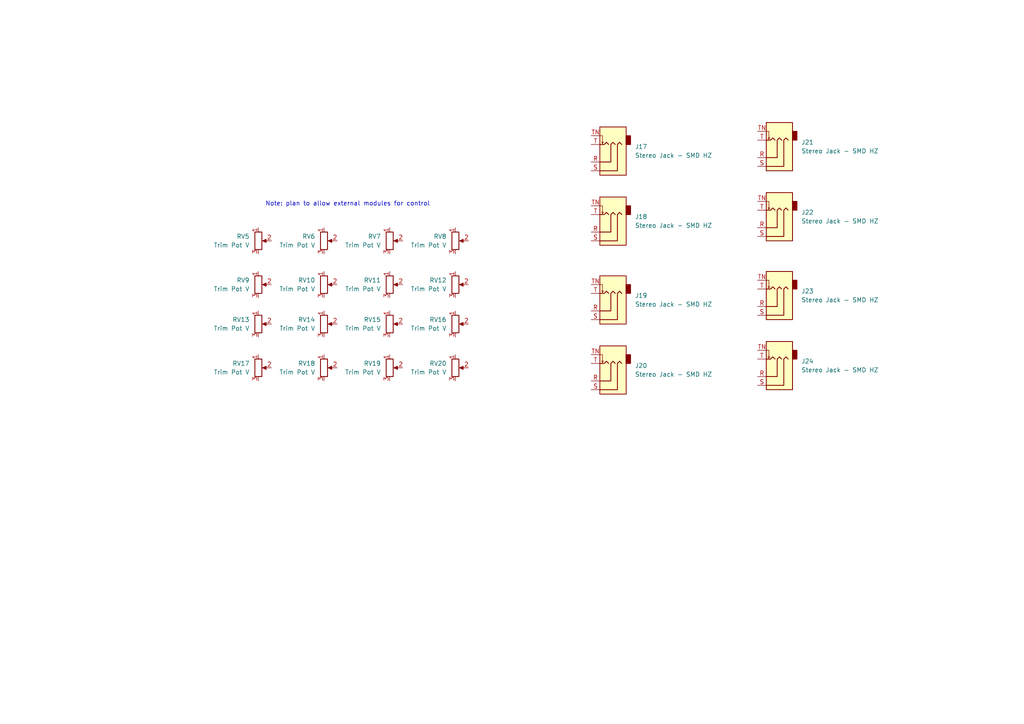
<source format=kicad_sch>
(kicad_sch (version 20231120) (generator "eeschema") (generator_version "8.0")
  (paper "A4")
  (title_block (title "Audio Thing Template") (rev "1.0") (company "velvia-fifty") (comment 1 "https://github.com/velvia-fifty/AudioThings") (comment 2 "You should have changed this already :)") (comment 4 "Stay humble"))
  (lib_symbols
    (symbol "Amplifier_Operational:LM324" (pin_names (offset 0.127))
      (property "Reference" "U" (at 0 5.08 0))
      (property "Value" "LM324" (at 0 -5.08 0))
      (symbol "LM324_1_1"
        (polyline (pts (xy -5.08 5.08) (xy 5.08 0) (xy -5.08 -5.08) (xy -5.08 5.08)) (stroke (width 0.254)) (fill (type background)))
        (pin output line (at 7.62 0 180) (length 2.54) (name "~") (number "1"))
        (pin input line (at -7.62 -2.54 0) (length 2.54) (name "-") (number "2"))
        (pin input line (at -7.62 2.54 0) (length 2.54) (name "+") (number "3"))
      )
      (symbol "LM324_2_1"
        (polyline (pts (xy -5.08 5.08) (xy 5.08 0) (xy -5.08 -5.08) (xy -5.08 5.08)) (stroke (width 0.254)) (fill (type background)))
        (pin input line (at -7.62 2.54 0) (length 2.54) (name "+") (number "5"))
        (pin input line (at -7.62 -2.54 0) (length 2.54) (name "-") (number "6"))
        (pin output line (at 7.62 0 180) (length 2.54) (name "~") (number "7"))
      )
      (symbol "LM324_3_1"
        (polyline (pts (xy -5.08 5.08) (xy 5.08 0) (xy -5.08 -5.08) (xy -5.08 5.08)) (stroke (width 0.254)) (fill (type background)))
        (pin input line (at -7.62 2.54 0) (length 2.54) (name "+") (number "10"))
        (pin output line (at 7.62 0 180) (length 2.54) (name "~") (number "8"))
        (pin input line (at -7.62 -2.54 0) (length 2.54) (name "-") (number "9"))
      )
      (symbol "LM324_4_1"
        (polyline (pts (xy -5.08 5.08) (xy 5.08 0) (xy -5.08 -5.08) (xy -5.08 5.08)) (stroke (width 0.254)) (fill (type background)))
        (pin input line (at -7.62 2.54 0) (length 2.54) (name "+") (number "12"))
        (pin input line (at -7.62 -2.54 0) (length 2.54) (name "-") (number "13"))
        (pin output line (at 7.62 0 180) (length 2.54) (name "~") (number "14"))
      )
      (symbol "LM324_5_1"
        (pin power_in line (at -2.54 -7.62 90) (length 3.81) (name "V-") (number "11"))
        (pin power_in line (at -2.54 7.62 270) (length 3.81) (name "V+") (number "4"))
      )
    )
    (symbol "Connector_Audio:AudioJack3_SwitchT"
      (property "Reference" "J" (at 0 8.89 0))
      (property "Value" "AudioJack3_SwitchT" (at 0 6.35 0))
      (symbol "AudioJack3_SwitchT_0_1"
        (rectangle (start -5.08 -5.08) (end -6.35 -7.62) (stroke (width 0.254)) (fill (type outline)))
        (polyline (pts (xy 1.778 -5.334) (xy 2.032 -5.842)))
        (polyline (pts (xy 0 -5.08) (xy 0.635 -5.715) (xy 1.27 -5.08) (xy 2.54 -5.08)) (stroke (width 0.254)))
        (polyline (pts (xy 2.54 -7.62) (xy 1.778 -7.62) (xy 1.778 -5.334) (xy 1.524 -5.842)))
        (polyline (pts (xy -1.905 -5.08) (xy -1.27 -5.715) (xy -0.635 -5.08) (xy -0.635 0) (xy 2.54 0)) (stroke (width 0.254)))
        (polyline (pts (xy 2.54 2.54) (xy -2.54 2.54) (xy -2.54 -5.08) (xy -3.175 -5.715) (xy -3.81 -5.08)) (stroke (width 0.254)))
        (rectangle (start 2.54 3.81) (end -5.08 -10.16) (stroke (width 0.254)) (fill (type background)))
      )
      (symbol "AudioJack3_SwitchT_1_1"
        (pin passive line (at 5.08 0 180) (length 2.54) (name "~") (number "R"))
        (pin passive line (at 5.08 2.54 180) (length 2.54) (name "~") (number "S"))
        (pin passive line (at 5.08 -5.08 180) (length 2.54) (name "~") (number "T"))
        (pin passive line (at 5.08 -7.62 180) (length 2.54) (name "~") (number "TN"))
      )
    )
    (symbol "Device:LED" (pin_numbers hide) (pin_names (offset 1.016) hide)
      (property "Reference" "D" (at 0 2.54 0))
      (property "Value" "LED" (at 0 -2.54 0))
      (symbol "LED_0_1"
        (polyline (pts (xy -1.27 -1.27) (xy -1.27 1.27)) (stroke (width 0.254)))
        (polyline (pts (xy -1.27 0) (xy 1.27 0)))
        (polyline (pts (xy 1.27 -1.27) (xy 1.27 1.27) (xy -1.27 0) (xy 1.27 -1.27)) (stroke (width 0.254)))
        (polyline (pts (xy -3.048 -0.762) (xy -4.572 -2.286) (xy -3.81 -2.286) (xy -4.572 -2.286) (xy -4.572 -1.524)))
        (polyline (pts (xy -1.778 -0.762) (xy -3.302 -2.286) (xy -2.54 -2.286) (xy -3.302 -2.286) (xy -3.302 -1.524)))
      )
      (symbol "LED_1_1"
        (pin passive line (at -3.81 0 0) (length 2.54) (name "K") (number "1"))
        (pin passive line (at 3.81 0 180) (length 2.54) (name "A") (number "2"))
      )
    )
    (symbol "Device:R_Potentiometer" (pin_names (offset 1.016) hide)
      (property "Reference" "RV" (at -4.445 0 90))
      (property "Value" "R_Potentiometer" (at -2.54 0 90))
      (symbol "R_Potentiometer_0_1"
        (polyline (pts (xy 2.54 0) (xy 1.524 0)))
        (polyline (pts (xy 1.143 0) (xy 2.286 0.508) (xy 2.286 -0.508) (xy 1.143 0)) (fill (type outline)))
        (rectangle (start 1.016 2.54) (end -1.016 -2.54) (stroke (width 0.254)))
      )
      (symbol "R_Potentiometer_1_1"
        (pin passive line (at 0 3.81 270) (length 1.27) (name "1") (number "1"))
        (pin passive line (at 3.81 0 180) (length 1.27) (name "2") (number "2"))
        (pin passive line (at 0 -3.81 90) (length 1.27) (name "3") (number "3"))
      )
    )
    (symbol "Diode:1N4148WS" (pin_numbers hide) (pin_names hide)
      (property "Reference" "D" (at 0 2.54 0))
      (property "Value" "1N4148WS" (at 0 -2.54 0))
      (symbol "1N4148WS_0_1"
        (polyline (pts (xy -1.27 1.27) (xy -1.27 -1.27)) (stroke (width 0.254)))
        (polyline (pts (xy 1.27 0) (xy -1.27 0)))
        (polyline (pts (xy 1.27 1.27) (xy 1.27 -1.27) (xy -1.27 0) (xy 1.27 1.27)) (stroke (width 0.254)))
      )
      (symbol "1N4148WS_1_1"
        (pin passive line (at -3.81 0 0) (length 2.54) (name "K") (number "1"))
        (pin passive line (at 3.81 0 180) (length 2.54) (name "A") (number "2"))
      )
    )
    (symbol "Timer:TLC555xD"
      (property "Reference" "U" (at -10.16 8.89 0))
      (property "Value" "TLC555xD" (at 2.54 8.89 0))
      (symbol "TLC555xD_0_0"
        (pin power_in line (at 0 -10.16 90) (length 2.54) (name "GND") (number "1"))
        (pin power_in line (at 0 10.16 270) (length 2.54) (name "VCC") (number "8"))
      )
      (symbol "TLC555xD_0_1"
        (rectangle (start -8.89 -7.62) (end 8.89 7.62) (stroke (width 0.254)) (fill (type background)))
        (rectangle (start -8.89 -7.62) (end 8.89 7.62) (stroke (width 0.254)) (fill (type background)))
      )
      (symbol "TLC555xD_1_1"
        (pin input line (at -12.7 5.08 0) (length 3.81) (name "TR") (number "2"))
        (pin output line (at 12.7 5.08 180) (length 3.81) (name "Q") (number "3"))
        (pin input inverted (at -12.7 -5.08 0) (length 3.81) (name "R") (number "4"))
        (pin input line (at -12.7 0 0) (length 3.81) (name "CV") (number "5"))
        (pin input line (at 12.7 -5.08 180) (length 3.81) (name "THR") (number "6"))
        (pin input line (at 12.7 0 180) (length 3.81) (name "DIS") (number "7"))
      )
    )
    (symbol "Transistor_BJT:BC847BDW1" (pin_names (offset 0) hide)
      (property "Reference" "Q" (at 5.08 1.27 0))
      (property "Value" "BC847BDW1" (at 5.08 -1.27 0))
      (symbol "BC847BDW1_0_1"
        (polyline (pts (xy 0.635 0) (xy -2.54 0)))
        (polyline (pts (xy 0.635 0.635) (xy 2.54 2.54)))
        (polyline (pts (xy 0.635 -0.635) (xy 2.54 -2.54) (xy 2.54 -2.54)))
        (polyline (pts (xy 0.635 1.905) (xy 0.635 -1.905) (xy 0.635 -1.905)) (stroke (width 0.508)))
        (polyline (pts (xy 1.27 -1.778) (xy 1.778 -1.27) (xy 2.286 -2.286) (xy 1.27 -1.778) (xy 1.27 -1.778)) (fill (type outline)))
        (circle (center 1.27 0) (radius 2.8194) (stroke (width 0.254)))
      )
      (symbol "BC847BDW1_1_1"
        (pin passive line (at 2.54 -5.08 90) (length 2.54) (name "E1") (number "1"))
        (pin input line (at -5.08 0 0) (length 2.54) (name "B1") (number "2"))
        (pin passive line (at 2.54 5.08 270) (length 2.54) (name "C1") (number "6"))
      )
      (symbol "BC847BDW1_2_1"
        (pin passive line (at 2.54 5.08 270) (length 2.54) (name "C2") (number "3"))
        (pin passive line (at 2.54 -5.08 90) (length 2.54) (name "E2") (number "4"))
        (pin input line (at -5.08 0 0) (length 2.54) (name "B2") (number "5"))
      )
    )
  )
  (text "Note: plan to allow external modules for control" (at 100.838 59.182 0) (effects (font (size 1.27 1.27))))
  (symbol (lib_id "Connector_Audio:AudioJack3_SwitchT") (at 176.53 110.49 180) (unit 1)
    (property "Reference" "J20" (at 184.15 106.0449 0) (effects (justify right)))
    (property "Value" "Stereo Jack - SMD HZ" (at 184.15 108.5849 0) (effects (justify right)))
    (property "Footprint" "AT-Footprints:SMD_STEREO_CUI_SJ-3524-SMT_Horizontal" (effects (hide yes)))
    (property "Description" "Audio Jack, 3 Poles (Stereo / TRS), Switched T Pole (Normalling)" (effects (hide yes)))
  )
  (symbol (lib_id "Device:R_Potentiometer") (at 74.93 82.55 0) (unit 1)
    (property "Reference" "RV9" (at 72.39 81.2799 0) (effects (justify right)))
    (property "Value" "Trim Pot V" (at 72.39 83.8199 0) (effects (justify right)))
    (property "Footprint" "AT-Footprints:Twelve_Turn_Trim_Bourns_3224J_Horizontal" (effects (hide yes)))
    (property "Description" "Potentiometer" (effects (hide yes)))
  )
  (symbol (lib_id "Device:R_Potentiometer") (at 93.98 69.85 0) (unit 1)
    (property "Reference" "RV6" (at 91.44 68.5799 0) (effects (justify right)))
    (property "Value" "Trim Pot V" (at 91.44 71.1199 0) (effects (justify right)))
    (property "Footprint" "AT-Footprints:Twelve_Turn_Trim_Bourns_3224J_Horizontal" (effects (hide yes)))
    (property "Description" "Potentiometer" (effects (hide yes)))
  )
  (symbol (lib_id "Connector_Audio:AudioJack3_SwitchT") (at 176.53 67.31 180) (unit 1)
    (property "Reference" "J18" (at 184.15 62.8649 0) (effects (justify right)))
    (property "Value" "Stereo Jack - SMD HZ" (at 184.15 65.4049 0) (effects (justify right)))
    (property "Footprint" "AT-Footprints:SMD_STEREO_CUI_SJ-3524-SMT_Horizontal" (effects (hide yes)))
    (property "Description" "Audio Jack, 3 Poles (Stereo / TRS), Switched T Pole (Normalling)" (effects (hide yes)))
  )
  (symbol (lib_id "Transistor_BJT:BC847BDW1") (at 266.7 -91.44 0) (unit 2)
    (property "Reference" "Q9" (at 271.78 -92.7101 0) (effects (justify left)))
    (property "Value" "BC847BDW1" (at 271.78 -90.1701 0) (effects (justify left)))
    (property "Footprint" "Package_TO_SOT_SMD:SOT-363_SC-70-6" (effects (hide yes)))
    (property "Datasheet" "http://www.onsemi.com/pub_link/Collateral/BC846BDW1T1-D.PDF" (effects (hide yes)))
    (property "Description" "100mA IC, 45V Vce, Dual NPN/NPN Transistors, SOT-363" (effects (hide yes)))
  )
  (symbol (lib_id "Amplifier_Operational:LM324") (at 345.44 -158.75 0) (unit 1)
    (property "Reference" "U7" (at 345.44 -168.91 0))
    (property "Value" "LM324" (at 345.44 -166.37 0))
    (property "Datasheet" "http://www.ti.com/lit/ds/symlink/lm2902-n.pdf" (effects (hide yes)))
    (property "Description" "Low-Power, Quad-Operational Amplifiers, DIP-14/SOIC-14/SSOP-14" (effects (hide yes)))
  )
  (symbol (lib_id "Amplifier_Operational:LM324") (at 342.9 -73.66 0) (unit 3)
    (property "Reference" "U7" (at 342.9 -83.82 0))
    (property "Value" "LM324" (at 342.9 -81.28 0))
    (property "Datasheet" "http://www.ti.com/lit/ds/symlink/lm2902-n.pdf" (effects (hide yes)))
    (property "Description" "Low-Power, Quad-Operational Amplifiers, DIP-14/SOIC-14/SSOP-14" (effects (hide yes)))
  )
  (symbol (lib_id "Amplifier_Operational:LM324") (at 111.76 -139.7 0) (unit 1)
    (property "Reference" "U4" (at 111.76 -149.86 0))
    (property "Value" "LM324" (at 111.76 -147.32 0))
    (property "Datasheet" "http://www.ti.com/lit/ds/symlink/lm2902-n.pdf" (effects (hide yes)))
    (property "Description" "Low-Power, Quad-Operational Amplifiers, DIP-14/SOIC-14/SSOP-14" (effects (hide yes)))
  )
  (symbol (lib_id "Device:R_Potentiometer") (at 113.03 106.68 0) (unit 1)
    (property "Reference" "RV19" (at 110.49 105.4099 0) (effects (justify right)))
    (property "Value" "Trim Pot V" (at 110.49 107.9499 0) (effects (justify right)))
    (property "Footprint" "AT-Footprints:Twelve_Turn_Trim_Bourns_3224J_Horizontal" (effects (hide yes)))
    (property "Description" "Potentiometer" (effects (hide yes)))
  )
  (symbol (lib_id "Amplifier_Operational:LM324") (at 130.81 -119.38 0) (unit 2)
    (property "Reference" "U4" (at 130.81 -129.54 0))
    (property "Value" "LM324" (at 130.81 -127 0))
    (property "Datasheet" "http://www.ti.com/lit/ds/symlink/lm2902-n.pdf" (effects (hide yes)))
    (property "Description" "Low-Power, Quad-Operational Amplifiers, DIP-14/SOIC-14/SSOP-14" (effects (hide yes)))
  )
  (symbol (lib_id "Transistor_BJT:BC847BDW1") (at -24.13 -92.71 0) (unit 1)
    (property "Reference" "Q4" (at -19.05 -93.9801 0) (effects (justify left)))
    (property "Value" "BC847BDW1" (at -19.05 -91.4401 0) (effects (justify left)))
    (property "Footprint" "Package_TO_SOT_SMD:SOT-363_SC-70-6" (effects (hide yes)))
    (property "Datasheet" "http://www.onsemi.com/pub_link/Collateral/BC846BDW1T1-D.PDF" (effects (hide yes)))
    (property "Description" "100mA IC, 45V Vce, Dual NPN/NPN Transistors, SOT-363" (effects (hide yes)))
  )
  (symbol (lib_id "Diode:1N4148WS") (at 231.14 -38.1 0) (unit 1)
    (property "Reference" "D33" (at 231.14 -44.45 0))
    (property "Value" "1N4148WS" (at 231.14 -41.91 0))
    (property "Footprint" "Diode_SMD:D_SOD-323" (effects (hide yes)))
    (property "Datasheet" "https://www.vishay.com/docs/85751/1n4148ws.pdf" (effects (hide yes)))
    (property "Description" "75V 0.15A Fast switching Diode, SOD-323" (effects (hide yes)))
    (property "Sim.Device" "D" (effects (hide yes)))
    (property "Sim.Pins" "1=K 2=A" (effects (hide yes)))
  )
  (symbol (lib_id "Transistor_BJT:BC847BDW1") (at 209.55 -91.44 0) (unit 2)
    (property "Reference" "Q7" (at 214.63 -92.7101 0) (effects (justify left)))
    (property "Value" "BC847BDW1" (at 214.63 -90.1701 0) (effects (justify left)))
    (property "Footprint" "Package_TO_SOT_SMD:SOT-363_SC-70-6" (effects (hide yes)))
    (property "Datasheet" "http://www.onsemi.com/pub_link/Collateral/BC846BDW1T1-D.PDF" (effects (hide yes)))
    (property "Description" "100mA IC, 45V Vce, Dual NPN/NPN Transistors, SOT-363" (effects (hide yes)))
  )
  (symbol (lib_id "Amplifier_Operational:LM324") (at 109.22 -54.61 0) (unit 3)
    (property "Reference" "U4" (at 109.22 -64.77 0))
    (property "Value" "LM324" (at 109.22 -62.23 0))
    (property "Datasheet" "http://www.ti.com/lit/ds/symlink/lm2902-n.pdf" (effects (hide yes)))
    (property "Description" "Low-Power, Quad-Operational Amplifiers, DIP-14/SOIC-14/SSOP-14" (effects (hide yes)))
  )
  (symbol (lib_id "Device:R_Potentiometer") (at 93.98 82.55 0) (unit 1)
    (property "Reference" "RV10" (at 91.44 81.2799 0) (effects (justify right)))
    (property "Value" "Trim Pot V" (at 91.44 83.8199 0) (effects (justify right)))
    (property "Footprint" "AT-Footprints:Twelve_Turn_Trim_Bourns_3224J_Horizontal" (effects (hide yes)))
    (property "Description" "Potentiometer" (effects (hide yes)))
  )
  (symbol (lib_id "Device:LED") (at 176.53 -85.09 0) (unit 1)
    (property "Reference" "D26" (at 174.9425 -91.44 0))
    (property "Value" "LED" (at 174.9425 -88.9 0))
    (property "Footprint" "LED_SMD:LED_0805_2012Metric" (effects (hide yes)))
    (property "Description" "Light emitting diode" (effects (hide yes)))
  )
  (symbol (lib_id "Transistor_BJT:BC847BDW1") (at -24.13 -72.39 0) (unit 2)
    (property "Reference" "Q4" (at -19.05 -73.6601 0) (effects (justify left)))
    (property "Value" "BC847BDW1" (at -19.05 -71.1201 0) (effects (justify left)))
    (property "Footprint" "Package_TO_SOT_SMD:SOT-363_SC-70-6" (effects (hide yes)))
    (property "Datasheet" "http://www.onsemi.com/pub_link/Collateral/BC846BDW1T1-D.PDF" (effects (hide yes)))
    (property "Description" "100mA IC, 45V Vce, Dual NPN/NPN Transistors, SOT-363" (effects (hide yes)))
  )
  (symbol (lib_id "Timer:TLC555xD") (at 85.09 -36.83 0) (unit 1)
    (property "Reference" "U6" (at 87.2841 -49.53 0) (effects (justify left)))
    (property "Value" "TLC555xD" (at 87.2841 -46.99 0) (effects (justify left)))
    (property "Footprint" "Package_SO:SOIC-8_3.9x4.9mm_P1.27mm" (effects (hide yes)))
    (property "Datasheet" "http://www.ti.com/lit/ds/symlink/tlc555.pdf" (effects (hide yes)))
    (property "Description" "Single LinCMOS Timer, 555 compatible, SOIC-8" (effects (hide yes)))
  )
  (symbol (lib_id "Device:LED") (at -57.15 -78.74 0) (unit 1)
    (property "Reference" "D15" (at -58.7375 -85.09 0))
    (property "Value" "LED" (at -58.7375 -82.55 0))
    (property "Footprint" "LED_SMD:LED_0805_2012Metric" (effects (hide yes)))
    (property "Description" "Light emitting diode" (effects (hide yes)))
  )
  (symbol (lib_id "Diode:1N4148WS") (at 245.11 -38.1 0) (unit 1)
    (property "Reference" "D34" (at 245.11 -44.45 0))
    (property "Value" "1N4148WS" (at 245.11 -41.91 0))
    (property "Footprint" "Diode_SMD:D_SOD-323" (effects (hide yes)))
    (property "Datasheet" "https://www.vishay.com/docs/85751/1n4148ws.pdf" (effects (hide yes)))
    (property "Description" "75V 0.15A Fast switching Diode, SOD-323" (effects (hide yes)))
    (property "Sim.Device" "D" (effects (hide yes)))
    (property "Sim.Pins" "1=K 2=A" (effects (hide yes)))
  )
  (symbol (lib_id "Transistor_BJT:BC847BDW1") (at 33.02 -92.71 0) (unit 1)
    (property "Reference" "Q6" (at 38.1 -93.9801 0) (effects (justify left)))
    (property "Value" "BC847BDW1" (at 38.1 -91.4401 0) (effects (justify left)))
    (property "Footprint" "Package_TO_SOT_SMD:SOT-363_SC-70-6" (effects (hide yes)))
    (property "Datasheet" "http://www.onsemi.com/pub_link/Collateral/BC846BDW1T1-D.PDF" (effects (hide yes)))
    (property "Description" "100mA IC, 45V Vce, Dual NPN/NPN Transistors, SOT-363" (effects (hide yes)))
  )
  (symbol (lib_id "Device:R_Potentiometer") (at 74.93 106.68 0) (unit 1)
    (property "Reference" "RV17" (at 72.39 105.4099 0) (effects (justify right)))
    (property "Value" "Trim Pot V" (at 72.39 107.9499 0) (effects (justify right)))
    (property "Footprint" "AT-Footprints:Twelve_Turn_Trim_Bourns_3224J_Horizontal" (effects (hide yes)))
    (property "Description" "Potentiometer" (effects (hide yes)))
  )
  (symbol (lib_id "Transistor_BJT:BC847BDW1") (at 240.03 -91.44 0) (unit 2)
    (property "Reference" "Q8" (at 245.11 -92.7101 0) (effects (justify left)))
    (property "Value" "BC847BDW1" (at 245.11 -90.1701 0) (effects (justify left)))
    (property "Footprint" "Package_TO_SOT_SMD:SOT-363_SC-70-6" (effects (hide yes)))
    (property "Datasheet" "http://www.onsemi.com/pub_link/Collateral/BC846BDW1T1-D.PDF" (effects (hide yes)))
    (property "Description" "100mA IC, 45V Vce, Dual NPN/NPN Transistors, SOT-363" (effects (hide yes)))
  )
  (symbol (lib_id "Connector_Audio:AudioJack3_SwitchT") (at 176.53 90.17 180) (unit 1)
    (property "Reference" "J19" (at 184.15 85.7249 0) (effects (justify right)))
    (property "Value" "Stereo Jack - SMD HZ" (at 184.15 88.2649 0) (effects (justify right)))
    (property "Footprint" "AT-Footprints:SMD_STEREO_CUI_SJ-3524-SMT_Horizontal" (effects (hide yes)))
    (property "Description" "Audio Jack, 3 Poles (Stereo / TRS), Switched T Pole (Normalling)" (effects (hide yes)))
  )
  (symbol (lib_id "Diode:1N4148WS") (at -30.48 -19.05 0) (unit 1)
    (property "Reference" "D21" (at -30.48 -25.4 0))
    (property "Value" "1N4148WS" (at -30.48 -22.86 0))
    (property "Footprint" "Diode_SMD:D_SOD-323" (effects (hide yes)))
    (property "Datasheet" "https://www.vishay.com/docs/85751/1n4148ws.pdf" (effects (hide yes)))
    (property "Description" "75V 0.15A Fast switching Diode, SOD-323" (effects (hide yes)))
    (property "Sim.Device" "D" (effects (hide yes)))
    (property "Sim.Pins" "1=K 2=A" (effects (hide yes)))
  )
  (symbol (lib_id "Connector_Audio:AudioJack3_SwitchT") (at 176.53 46.99 180) (unit 1)
    (property "Reference" "J17" (at 184.15 42.5449 0) (effects (justify right)))
    (property "Value" "Stereo Jack - SMD HZ" (at 184.15 45.0849 0) (effects (justify right)))
    (property "Footprint" "AT-Footprints:SMD_STEREO_CUI_SJ-3524-SMT_Horizontal" (effects (hide yes)))
    (property "Description" "Audio Jack, 3 Poles (Stereo / TRS), Switched T Pole (Normalling)" (effects (hide yes)))
  )
  (symbol (lib_id "Device:R_Potentiometer") (at 113.03 93.98 0) (unit 1)
    (property "Reference" "RV15" (at 110.49 92.7099 0) (effects (justify right)))
    (property "Value" "Trim Pot V" (at 110.49 95.2499 0) (effects (justify right)))
    (property "Footprint" "AT-Footprints:Twelve_Turn_Trim_Bourns_3224J_Horizontal" (effects (hide yes)))
    (property "Description" "Potentiometer" (effects (hide yes)))
  )
  (symbol (lib_id "Diode:1N4148WS") (at 11.43 -34.29 0) (unit 1)
    (property "Reference" "D20" (at 11.43 -40.64 0))
    (property "Value" "1N4148WS" (at 11.43 -38.1 0))
    (property "Footprint" "Diode_SMD:D_SOD-323" (effects (hide yes)))
    (property "Datasheet" "https://www.vishay.com/docs/85751/1n4148ws.pdf" (effects (hide yes)))
    (property "Description" "75V 0.15A Fast switching Diode, SOD-323" (effects (hide yes)))
    (property "Sim.Device" "D" (effects (hide yes)))
    (property "Sim.Pins" "1=K 2=A" (effects (hide yes)))
  )
  (symbol (lib_id "Device:R_Potentiometer") (at 113.03 69.85 0) (unit 1)
    (property "Reference" "RV7" (at 110.49 68.5799 0) (effects (justify right)))
    (property "Value" "Trim Pot V" (at 110.49 71.1199 0) (effects (justify right)))
    (property "Footprint" "AT-Footprints:Twelve_Turn_Trim_Bourns_3224J_Horizontal" (effects (hide yes)))
    (property "Description" "Potentiometer" (effects (hide yes)))
  )
  (symbol (lib_id "Timer:TLC555xD") (at 85.09 -114.3 0) (unit 1)
    (property "Reference" "U5" (at 87.2841 -127 0) (effects (justify left)))
    (property "Value" "TLC555xD" (at 87.2841 -124.46 0) (effects (justify left)))
    (property "Footprint" "Package_SO:SOIC-8_3.9x4.9mm_P1.27mm" (effects (hide yes)))
    (property "Datasheet" "http://www.ti.com/lit/ds/symlink/tlc555.pdf" (effects (hide yes)))
    (property "Description" "Single LinCMOS Timer, 555 compatible, SOIC-8" (effects (hide yes)))
  )
  (symbol (lib_id "Device:R_Potentiometer") (at 113.03 82.55 0) (unit 1)
    (property "Reference" "RV11" (at 110.49 81.2799 0) (effects (justify right)))
    (property "Value" "Trim Pot V" (at 110.49 83.8199 0) (effects (justify right)))
    (property "Footprint" "AT-Footprints:Twelve_Turn_Trim_Bourns_3224J_Horizontal" (effects (hide yes)))
    (property "Description" "Potentiometer" (effects (hide yes)))
  )
  (symbol (lib_id "Amplifier_Operational:LM324") (at 364.49 -138.43 0) (unit 2)
    (property "Reference" "U7" (at 364.49 -148.59 0))
    (property "Value" "LM324" (at 364.49 -146.05 0))
    (property "Datasheet" "http://www.ti.com/lit/ds/symlink/lm2902-n.pdf" (effects (hide yes)))
    (property "Description" "Low-Power, Quad-Operational Amplifiers, DIP-14/SOIC-14/SSOP-14" (effects (hide yes)))
  )
  (symbol (lib_id "Diode:1N4148WS") (at 203.2 -38.1 0) (unit 1)
    (property "Reference" "D31" (at 203.2 -44.45 0))
    (property "Value" "1N4148WS" (at 203.2 -41.91 0))
    (property "Footprint" "Diode_SMD:D_SOD-323" (effects (hide yes)))
    (property "Datasheet" "https://www.vishay.com/docs/85751/1n4148ws.pdf" (effects (hide yes)))
    (property "Description" "75V 0.15A Fast switching Diode, SOD-323" (effects (hide yes)))
    (property "Sim.Device" "D" (effects (hide yes)))
    (property "Sim.Pins" "1=K 2=A" (effects (hide yes)))
  )
  (symbol (lib_id "Diode:1N4148WS") (at -2.54 -34.29 0) (unit 1)
    (property "Reference" "D19" (at -2.54 -40.64 0))
    (property "Value" "1N4148WS" (at -2.54 -38.1 0))
    (property "Footprint" "Diode_SMD:D_SOD-323" (effects (hide yes)))
    (property "Datasheet" "https://www.vishay.com/docs/85751/1n4148ws.pdf" (effects (hide yes)))
    (property "Description" "75V 0.15A Fast switching Diode, SOD-323" (effects (hide yes)))
    (property "Sim.Device" "D" (effects (hide yes)))
    (property "Sim.Pins" "1=K 2=A" (effects (hide yes)))
  )
  (symbol (lib_id "Diode:1N4148WS") (at -17.78 -34.29 0) (unit 1)
    (property "Reference" "D18" (at -17.78 -40.64 0))
    (property "Value" "1N4148WS" (at -17.78 -38.1 0))
    (property "Footprint" "Diode_SMD:D_SOD-323" (effects (hide yes)))
    (property "Datasheet" "https://www.vishay.com/docs/85751/1n4148ws.pdf" (effects (hide yes)))
    (property "Description" "75V 0.15A Fast switching Diode, SOD-323" (effects (hide yes)))
    (property "Sim.Device" "D" (effects (hide yes)))
    (property "Sim.Pins" "1=K 2=A" (effects (hide yes)))
  )
  (symbol (lib_id "Device:R_Potentiometer") (at 132.08 106.68 0) (unit 1)
    (property "Reference" "RV20" (at 129.54 105.4099 0) (effects (justify right)))
    (property "Value" "Trim Pot V" (at 129.54 107.9499 0) (effects (justify right)))
    (property "Footprint" "AT-Footprints:Twelve_Turn_Trim_Bourns_3224J_Horizontal" (effects (hide yes)))
    (property "Description" "Potentiometer" (effects (hide yes)))
  )
  (symbol (lib_id "Transistor_BJT:BC847BDW1") (at 33.02 -72.39 0) (unit 2)
    (property "Reference" "Q6" (at 38.1 -73.6601 0) (effects (justify left)))
    (property "Value" "BC847BDW1" (at 38.1 -71.1201 0) (effects (justify left)))
    (property "Footprint" "Package_TO_SOT_SMD:SOT-363_SC-70-6" (effects (hide yes)))
    (property "Datasheet" "http://www.onsemi.com/pub_link/Collateral/BC846BDW1T1-D.PDF" (effects (hide yes)))
    (property "Description" "100mA IC, 45V Vce, Dual NPN/NPN Transistors, SOT-363" (effects (hide yes)))
  )
  (symbol (lib_id "Transistor_BJT:BC847BDW1") (at 6.35 -92.71 0) (unit 1)
    (property "Reference" "Q5" (at 11.43 -93.9801 0) (effects (justify left)))
    (property "Value" "BC847BDW1" (at 11.43 -91.4401 0) (effects (justify left)))
    (property "Footprint" "Package_TO_SOT_SMD:SOT-363_SC-70-6" (effects (hide yes)))
    (property "Datasheet" "http://www.onsemi.com/pub_link/Collateral/BC846BDW1T1-D.PDF" (effects (hide yes)))
    (property "Description" "100mA IC, 45V Vce, Dual NPN/NPN Transistors, SOT-363" (effects (hide yes)))
  )
  (symbol (lib_id "Diode:1N4148WS") (at -30.48 -34.29 0) (unit 1)
    (property "Reference" "D17" (at -30.48 -40.64 0))
    (property "Value" "1N4148WS" (at -30.48 -38.1 0))
    (property "Footprint" "Diode_SMD:D_SOD-323" (effects (hide yes)))
    (property "Datasheet" "https://www.vishay.com/docs/85751/1n4148ws.pdf" (effects (hide yes)))
    (property "Description" "75V 0.15A Fast switching Diode, SOD-323" (effects (hide yes)))
    (property "Sim.Device" "D" (effects (hide yes)))
    (property "Sim.Pins" "1=K 2=A" (effects (hide yes)))
  )
  (symbol (lib_id "Diode:1N4148WS") (at 203.2 -53.34 0) (unit 1)
    (property "Reference" "D27" (at 203.2 -59.69 0))
    (property "Value" "1N4148WS" (at 203.2 -57.15 0))
    (property "Footprint" "Diode_SMD:D_SOD-323" (effects (hide yes)))
    (property "Datasheet" "https://www.vishay.com/docs/85751/1n4148ws.pdf" (effects (hide yes)))
    (property "Description" "75V 0.15A Fast switching Diode, SOD-323" (effects (hide yes)))
    (property "Sim.Device" "D" (effects (hide yes)))
    (property "Sim.Pins" "1=K 2=A" (effects (hide yes)))
  )
  (symbol (lib_id "Device:R_Potentiometer") (at 74.93 93.98 0) (unit 1)
    (property "Reference" "RV13" (at 72.39 92.7099 0) (effects (justify right)))
    (property "Value" "Trim Pot V" (at 72.39 95.2499 0) (effects (justify right)))
    (property "Footprint" "AT-Footprints:Twelve_Turn_Trim_Bourns_3224J_Horizontal" (effects (hide yes)))
    (property "Description" "Potentiometer" (effects (hide yes)))
  )
  (symbol (lib_id "Amplifier_Operational:LM324") (at 128.27 -30.48 0) (unit 4)
    (property "Reference" "U4" (at 128.27 -40.64 0))
    (property "Value" "LM324" (at 128.27 -38.1 0))
    (property "Datasheet" "http://www.ti.com/lit/ds/symlink/lm2902-n.pdf" (effects (hide yes)))
    (property "Description" "Low-Power, Quad-Operational Amplifiers, DIP-14/SOIC-14/SSOP-14" (effects (hide yes)))
  )
  (symbol (lib_id "Connector_Audio:AudioJack3_SwitchT") (at 224.79 45.72 180) (unit 1)
    (property "Reference" "J21" (at 232.41 41.2749 0) (effects (justify right)))
    (property "Value" "Stereo Jack - SMD HZ" (at 232.41 43.8149 0) (effects (justify right)))
    (property "Footprint" "AT-Footprints:SMD_STEREO_CUI_SJ-3524-SMT_Horizontal" (effects (hide yes)))
    (property "Description" "Audio Jack, 3 Poles (Stereo / TRS), Switched T Pole (Normalling)" (effects (hide yes)))
  )
  (symbol (lib_id "Transistor_BJT:BC847BDW1") (at 209.55 -111.76 0) (unit 1)
    (property "Reference" "Q7" (at 214.63 -113.0301 0) (effects (justify left)))
    (property "Value" "BC847BDW1" (at 214.63 -110.4901 0) (effects (justify left)))
    (property "Footprint" "Package_TO_SOT_SMD:SOT-363_SC-70-6" (effects (hide yes)))
    (property "Datasheet" "http://www.onsemi.com/pub_link/Collateral/BC846BDW1T1-D.PDF" (effects (hide yes)))
    (property "Description" "100mA IC, 45V Vce, Dual NPN/NPN Transistors, SOT-363" (effects (hide yes)))
  )
  (symbol (lib_id "Diode:1N4148WS") (at 245.11 -53.34 0) (unit 1)
    (property "Reference" "D30" (at 245.11 -59.69 0))
    (property "Value" "1N4148WS" (at 245.11 -57.15 0))
    (property "Footprint" "Diode_SMD:D_SOD-323" (effects (hide yes)))
    (property "Datasheet" "https://www.vishay.com/docs/85751/1n4148ws.pdf" (effects (hide yes)))
    (property "Description" "75V 0.15A Fast switching Diode, SOD-323" (effects (hide yes)))
    (property "Sim.Device" "D" (effects (hide yes)))
    (property "Sim.Pins" "1=K 2=A" (effects (hide yes)))
  )
  (symbol (lib_id "Device:R_Potentiometer") (at 74.93 69.85 0) (unit 1)
    (property "Reference" "RV5" (at 72.39 68.5799 0) (effects (justify right)))
    (property "Value" "Trim Pot V" (at 72.39 71.1199 0) (effects (justify right)))
    (property "Footprint" "AT-Footprints:Twelve_Turn_Trim_Bourns_3224J_Horizontal" (effects (hide yes)))
    (property "Description" "Potentiometer" (effects (hide yes)))
  )
  (symbol (lib_id "Diode:1N4148WS") (at 231.14 -53.34 0) (unit 1)
    (property "Reference" "D29" (at 231.14 -59.69 0))
    (property "Value" "1N4148WS" (at 231.14 -57.15 0))
    (property "Footprint" "Diode_SMD:D_SOD-323" (effects (hide yes)))
    (property "Datasheet" "https://www.vishay.com/docs/85751/1n4148ws.pdf" (effects (hide yes)))
    (property "Description" "75V 0.15A Fast switching Diode, SOD-323" (effects (hide yes)))
    (property "Sim.Device" "D" (effects (hide yes)))
    (property "Sim.Pins" "1=K 2=A" (effects (hide yes)))
  )
  (symbol (lib_id "Diode:1N4148WS") (at 11.43 -19.05 0) (unit 1)
    (property "Reference" "D24" (at 11.43 -25.4 0))
    (property "Value" "1N4148WS" (at 11.43 -22.86 0))
    (property "Footprint" "Diode_SMD:D_SOD-323" (effects (hide yes)))
    (property "Datasheet" "https://www.vishay.com/docs/85751/1n4148ws.pdf" (effects (hide yes)))
    (property "Description" "75V 0.15A Fast switching Diode, SOD-323" (effects (hide yes)))
    (property "Sim.Device" "D" (effects (hide yes)))
    (property "Sim.Pins" "1=K 2=A" (effects (hide yes)))
  )
  (symbol (lib_id "Device:R_Potentiometer") (at 132.08 93.98 0) (unit 1)
    (property "Reference" "RV16" (at 129.54 92.7099 0) (effects (justify right)))
    (property "Value" "Trim Pot V" (at 129.54 95.2499 0) (effects (justify right)))
    (property "Footprint" "AT-Footprints:Twelve_Turn_Trim_Bourns_3224J_Horizontal" (effects (hide yes)))
    (property "Description" "Potentiometer" (effects (hide yes)))
  )
  (symbol (lib_id "Device:LED") (at 176.53 -97.79 0) (unit 1)
    (property "Reference" "D25" (at 174.9425 -104.14 0))
    (property "Value" "LED" (at 174.9425 -101.6 0))
    (property "Footprint" "LED_SMD:LED_0805_2012Metric" (effects (hide yes)))
    (property "Description" "Light emitting diode" (effects (hide yes)))
  )
  (symbol (lib_id "Connector_Audio:AudioJack3_SwitchT") (at 224.79 66.04 180) (unit 1)
    (property "Reference" "J22" (at 232.41 61.5949 0) (effects (justify right)))
    (property "Value" "Stereo Jack - SMD HZ" (at 232.41 64.1349 0) (effects (justify right)))
    (property "Footprint" "AT-Footprints:SMD_STEREO_CUI_SJ-3524-SMT_Horizontal" (effects (hide yes)))
    (property "Description" "Audio Jack, 3 Poles (Stereo / TRS), Switched T Pole (Normalling)" (effects (hide yes)))
  )
  (symbol (lib_id "Amplifier_Operational:LM324") (at 207.01 -21.59 0) (unit 5)
    (property "Reference" "U7" (at 205.74 -22.8601 0) (effects (justify left)))
    (property "Value" "LM324" (at 205.74 -20.3201 0) (effects (justify left)))
    (property "Datasheet" "http://www.ti.com/lit/ds/symlink/lm2902-n.pdf" (effects (hide yes)))
    (property "Description" "Low-Power, Quad-Operational Amplifiers, DIP-14/SOIC-14/SSOP-14" (effects (hide yes)))
  )
  (symbol (lib_id "Amplifier_Operational:LM324") (at -26.67 -2.54 0) (unit 5)
    (property "Reference" "U4" (at -27.94 -3.8101 0) (effects (justify left)))
    (property "Value" "LM324" (at -27.94 -1.2701 0) (effects (justify left)))
    (property "Datasheet" "http://www.ti.com/lit/ds/symlink/lm2902-n.pdf" (effects (hide yes)))
    (property "Description" "Low-Power, Quad-Operational Amplifiers, DIP-14/SOIC-14/SSOP-14" (effects (hide yes)))
  )
  (symbol (lib_id "Timer:TLC555xD") (at 318.77 -55.88 0) (unit 1)
    (property "Reference" "U9" (at 320.9641 -68.58 0) (effects (justify left)))
    (property "Value" "TLC555xD" (at 320.9641 -66.04 0) (effects (justify left)))
    (property "Footprint" "Package_SO:SOIC-8_3.9x4.9mm_P1.27mm" (effects (hide yes)))
    (property "Datasheet" "http://www.ti.com/lit/ds/symlink/tlc555.pdf" (effects (hide yes)))
    (property "Description" "Single LinCMOS Timer, 555 compatible, SOIC-8" (effects (hide yes)))
  )
  (symbol (lib_id "Amplifier_Operational:LM324") (at 361.95 -49.53 0) (unit 4)
    (property "Reference" "U7" (at 361.95 -59.69 0))
    (property "Value" "LM324" (at 361.95 -57.15 0))
    (property "Datasheet" "http://www.ti.com/lit/ds/symlink/lm2902-n.pdf" (effects (hide yes)))
    (property "Description" "Low-Power, Quad-Operational Amplifiers, DIP-14/SOIC-14/SSOP-14" (effects (hide yes)))
  )
  (symbol (lib_id "Device:R_Potentiometer") (at 93.98 106.68 0) (unit 1)
    (property "Reference" "RV18" (at 91.44 105.4099 0) (effects (justify right)))
    (property "Value" "Trim Pot V" (at 91.44 107.9499 0) (effects (justify right)))
    (property "Footprint" "AT-Footprints:Twelve_Turn_Trim_Bourns_3224J_Horizontal" (effects (hide yes)))
    (property "Description" "Potentiometer" (effects (hide yes)))
  )
  (symbol (lib_id "Transistor_BJT:BC847BDW1") (at 6.35 -72.39 0) (unit 2)
    (property "Reference" "Q5" (at 11.43 -73.6601 0) (effects (justify left)))
    (property "Value" "BC847BDW1" (at 11.43 -71.1201 0) (effects (justify left)))
    (property "Footprint" "Package_TO_SOT_SMD:SOT-363_SC-70-6" (effects (hide yes)))
    (property "Datasheet" "http://www.onsemi.com/pub_link/Collateral/BC846BDW1T1-D.PDF" (effects (hide yes)))
    (property "Description" "100mA IC, 45V Vce, Dual NPN/NPN Transistors, SOT-363" (effects (hide yes)))
  )
  (symbol (lib_id "Diode:1N4148WS") (at 215.9 -38.1 0) (unit 1)
    (property "Reference" "D32" (at 215.9 -44.45 0))
    (property "Value" "1N4148WS" (at 215.9 -41.91 0))
    (property "Footprint" "Diode_SMD:D_SOD-323" (effects (hide yes)))
    (property "Datasheet" "https://www.vishay.com/docs/85751/1n4148ws.pdf" (effects (hide yes)))
    (property "Description" "75V 0.15A Fast switching Diode, SOD-323" (effects (hide yes)))
    (property "Sim.Device" "D" (effects (hide yes)))
    (property "Sim.Pins" "1=K 2=A" (effects (hide yes)))
  )
  (symbol (lib_id "Transistor_BJT:BC847BDW1") (at 240.03 -111.76 0) (unit 1)
    (property "Reference" "Q8" (at 245.11 -113.0301 0) (effects (justify left)))
    (property "Value" "BC847BDW1" (at 245.11 -110.4901 0) (effects (justify left)))
    (property "Footprint" "Package_TO_SOT_SMD:SOT-363_SC-70-6" (effects (hide yes)))
    (property "Datasheet" "http://www.onsemi.com/pub_link/Collateral/BC846BDW1T1-D.PDF" (effects (hide yes)))
    (property "Description" "100mA IC, 45V Vce, Dual NPN/NPN Transistors, SOT-363" (effects (hide yes)))
  )
  (symbol (lib_id "Diode:1N4148WS") (at -17.78 -19.05 0) (unit 1)
    (property "Reference" "D22" (at -17.78 -25.4 0))
    (property "Value" "1N4148WS" (at -17.78 -22.86 0))
    (property "Footprint" "Diode_SMD:D_SOD-323" (effects (hide yes)))
    (property "Datasheet" "https://www.vishay.com/docs/85751/1n4148ws.pdf" (effects (hide yes)))
    (property "Description" "75V 0.15A Fast switching Diode, SOD-323" (effects (hide yes)))
    (property "Sim.Device" "D" (effects (hide yes)))
    (property "Sim.Pins" "1=K 2=A" (effects (hide yes)))
  )
  (symbol (lib_id "Connector_Audio:AudioJack3_SwitchT") (at 224.79 88.9 180) (unit 1)
    (property "Reference" "J23" (at 232.41 84.4549 0) (effects (justify right)))
    (property "Value" "Stereo Jack - SMD HZ" (at 232.41 86.9949 0) (effects (justify right)))
    (property "Footprint" "AT-Footprints:SMD_STEREO_CUI_SJ-3524-SMT_Horizontal" (effects (hide yes)))
    (property "Description" "Audio Jack, 3 Poles (Stereo / TRS), Switched T Pole (Normalling)" (effects (hide yes)))
  )
  (symbol (lib_id "Device:R_Potentiometer") (at 93.98 93.98 0) (unit 1)
    (property "Reference" "RV14" (at 91.44 92.7099 0) (effects (justify right)))
    (property "Value" "Trim Pot V" (at 91.44 95.2499 0) (effects (justify right)))
    (property "Footprint" "AT-Footprints:Twelve_Turn_Trim_Bourns_3224J_Horizontal" (effects (hide yes)))
    (property "Description" "Potentiometer" (effects (hide yes)))
  )
  (symbol (lib_id "Diode:1N4148WS") (at -2.54 -19.05 0) (unit 1)
    (property "Reference" "D23" (at -2.54 -25.4 0))
    (property "Value" "1N4148WS" (at -2.54 -22.86 0))
    (property "Footprint" "Diode_SMD:D_SOD-323" (effects (hide yes)))
    (property "Datasheet" "https://www.vishay.com/docs/85751/1n4148ws.pdf" (effects (hide yes)))
    (property "Description" "75V 0.15A Fast switching Diode, SOD-323" (effects (hide yes)))
    (property "Sim.Device" "D" (effects (hide yes)))
    (property "Sim.Pins" "1=K 2=A" (effects (hide yes)))
  )
  (symbol (lib_id "Transistor_BJT:BC847BDW1") (at 266.7 -111.76 0) (unit 1)
    (property "Reference" "Q9" (at 271.78 -113.0301 0) (effects (justify left)))
    (property "Value" "BC847BDW1" (at 271.78 -110.4901 0) (effects (justify left)))
    (property "Footprint" "Package_TO_SOT_SMD:SOT-363_SC-70-6" (effects (hide yes)))
    (property "Datasheet" "http://www.onsemi.com/pub_link/Collateral/BC846BDW1T1-D.PDF" (effects (hide yes)))
    (property "Description" "100mA IC, 45V Vce, Dual NPN/NPN Transistors, SOT-363" (effects (hide yes)))
  )
  (symbol (lib_id "Device:LED") (at -57.15 -66.04 0) (unit 1)
    (property "Reference" "D16" (at -58.7375 -72.39 0))
    (property "Value" "LED" (at -58.7375 -69.85 0))
    (property "Footprint" "LED_SMD:LED_0805_2012Metric" (effects (hide yes)))
    (property "Description" "Light emitting diode" (effects (hide yes)))
  )
  (symbol (lib_id "Timer:TLC555xD") (at 318.77 -133.35 0) (unit 1)
    (property "Reference" "U8" (at 320.9641 -146.05 0) (effects (justify left)))
    (property "Value" "TLC555xD" (at 320.9641 -143.51 0) (effects (justify left)))
    (property "Footprint" "Package_SO:SOIC-8_3.9x4.9mm_P1.27mm" (effects (hide yes)))
    (property "Datasheet" "http://www.ti.com/lit/ds/symlink/tlc555.pdf" (effects (hide yes)))
    (property "Description" "Single LinCMOS Timer, 555 compatible, SOIC-8" (effects (hide yes)))
  )
  (symbol (lib_id "Device:R_Potentiometer") (at 132.08 82.55 0) (unit 1)
    (property "Reference" "RV12" (at 129.54 81.2799 0) (effects (justify right)))
    (property "Value" "Trim Pot V" (at 129.54 83.8199 0) (effects (justify right)))
    (property "Footprint" "AT-Footprints:Twelve_Turn_Trim_Bourns_3224J_Horizontal" (effects (hide yes)))
    (property "Description" "Potentiometer" (effects (hide yes)))
  )
  (symbol (lib_id "Device:R_Potentiometer") (at 132.08 69.85 0) (unit 1)
    (property "Reference" "RV8" (at 129.54 68.5799 0) (effects (justify right)))
    (property "Value" "Trim Pot V" (at 129.54 71.1199 0) (effects (justify right)))
    (property "Footprint" "AT-Footprints:Twelve_Turn_Trim_Bourns_3224J_Horizontal" (effects (hide yes)))
    (property "Description" "Potentiometer" (effects (hide yes)))
  )
  (symbol (lib_id "Connector_Audio:AudioJack3_SwitchT") (at 224.79 109.22 180) (unit 1)
    (property "Reference" "J24" (at 232.41 104.7749 0) (effects (justify right)))
    (property "Value" "Stereo Jack - SMD HZ" (at 232.41 107.3149 0) (effects (justify right)))
    (property "Footprint" "AT-Footprints:SMD_STEREO_CUI_SJ-3524-SMT_Horizontal" (effects (hide yes)))
    (property "Description" "Audio Jack, 3 Poles (Stereo / TRS), Switched T Pole (Normalling)" (effects (hide yes)))
  )
  (symbol (lib_id "Diode:1N4148WS") (at 215.9 -53.34 0) (unit 1)
    (property "Reference" "D28" (at 215.9 -59.69 0))
    (property "Value" "1N4148WS" (at 215.9 -57.15 0))
    (property "Footprint" "Diode_SMD:D_SOD-323" (effects (hide yes)))
    (property "Datasheet" "https://www.vishay.com/docs/85751/1n4148ws.pdf" (effects (hide yes)))
    (property "Description" "75V 0.15A Fast switching Diode, SOD-323" (effects (hide yes)))
    (property "Sim.Device" "D" (effects (hide yes)))
    (property "Sim.Pins" "1=K 2=A" (effects (hide yes)))
  )
)
</source>
